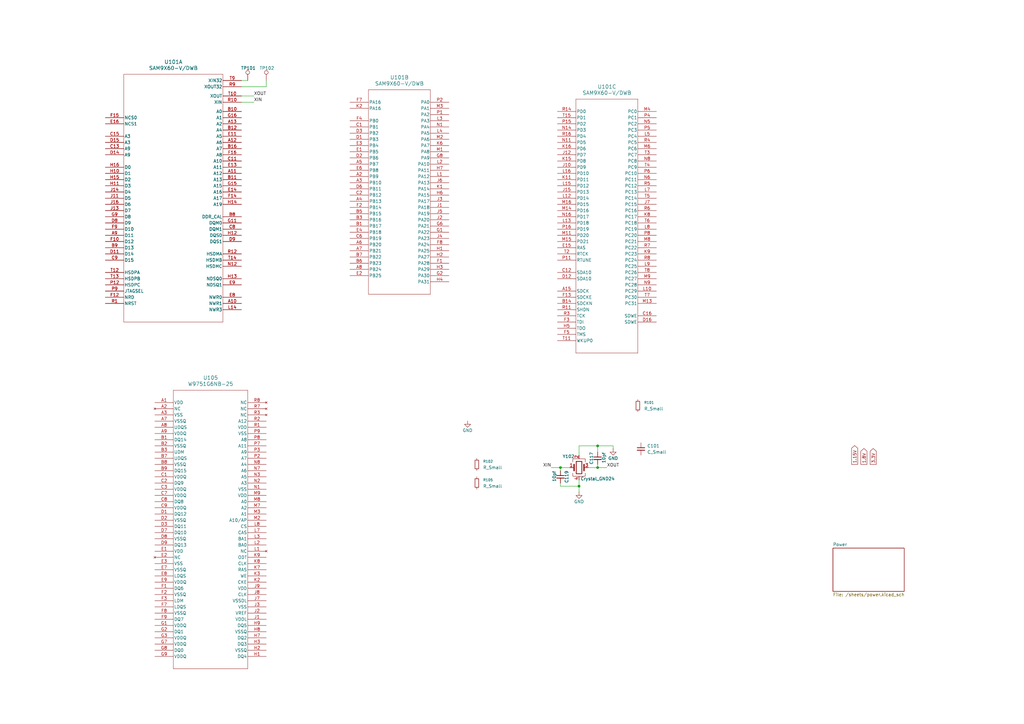
<source format=kicad_sch>
(kicad_sch (version 20250114) (generator "eeschema") (generator_version "9.0")
  (paper "A3")
  (title_block (title "DevBoard_SAM9X60") (date "2025-07-03") (rev "1.0") (company "ssDhp"))
  (lib_symbols
    (symbol "Connector:TestPoint" (pin_numbers (hide yes)) (pin_names (offset 0.762) (hide yes))
      (property "Reference" "TP" (at 0 6.858 0))
      (property "Value" "TestPoint" (at 0 5.08 0))
      (symbol "TestPoint_1_1"
        (pin passive line (at 0 0 90) (length 2.54) (name "1") (number "1"))
      )
    )
    (symbol "Device:C_Small" (pin_numbers (hide yes)) (pin_names (offset 0.254) (hide yes))
      (property "Reference" "C" (at 0.254 1.778 0))
      (property "Value" "C_Small" (at 0.254 -2.032 0))
      (symbol "C_Small_1_1"
        (pin passive line (at 0 2.54 270) (length 2.032) (name "~") (number "1"))
        (pin passive line (at 0 -2.54 90) (length 2.032) (name "~") (number "2"))
      )
    )
    (symbol "Device:Crystal_GND24" (pin_names (offset 1.016) (hide yes))
      (property "Reference" "Y" (at 3.175 5.08 0))
      (property "Value" "Crystal_GND24" (at 3.175 3.175 0))
      (symbol "Crystal_GND24_1_1"
        (pin passive line (at -3.81 0 0) (length 1.27) (name "1") (number "1"))
        (pin passive line (at 0 5.08 270) (length 1.27) (name "2") (number "2"))
        (pin passive line (at 0 -5.08 90) (length 1.27) (name "4") (number "4"))
        (pin passive line (at 3.81 0 180) (length 1.27) (name "3") (number "3"))
      )
    )
    (symbol "Device:R_Small" (pin_numbers (hide yes)) (pin_names (offset 0.254) (hide yes))
      (property "Reference" "R" (at 0 0 90))
      (property "Value" "R_Small" (at 1.778 0 90))
      (symbol "R_Small_1_1"
        (pin passive line (at 0 2.54 270) (length 0.762) (name "~") (number "1"))
        (pin passive line (at 0 -2.54 90) (length 0.762) (name "~") (number "2"))
      )
    )
    (symbol "SAM9X60-VDWB:SAM9X60-V_DWB" (pin_names (offset 0.254))
      (property "Reference" "U" (at 8.128 6.35 0))
      (property "Value" "SAM9X60-V/DWB" (at 23.368 -123.19 0))
      (symbol "SAM9X60-V_DWB_1_1"
        (pin unspecified line (at 0 -10.16 0) (length 7.62) (name "NCS0") (number "F15"))
        (pin unspecified line (at 0 -12.7 0) (length 7.62) (name "NCS1") (number "E16"))
        (pin bidirectional line (at 0 -17.78 0) (length 7.62) (name "A3") (number "C15"))
        (pin bidirectional line (at 0 -20.32 0) (length 7.62) (name "A3") (number "D15"))
        (pin bidirectional line (at 0 -22.86 0) (length 7.62) (name "A9") (number "C13"))
        (pin bidirectional line (at 0 -25.4 0) (length 7.62) (name "A9") (number "D14"))
        (pin bidirectional line (at 0 -30.48 0) (length 7.62) (name "D0") (number "H16"))
        (pin bidirectional line (at 0 -33.02 0) (length 7.62) (name "D1") (number "H10"))
        (pin bidirectional line (at 0 -35.56 0) (length 7.62) (name "D2") (number "H15"))
        (pin bidirectional line (at 0 -38.1 0) (length 7.62) (name "D3") (number "H11"))
        (pin bidirectional line (at 0 -40.64 0) (length 7.62) (name "D4") (number "J14"))
        (pin bidirectional line (at 0 -43.18 0) (length 7.62) (name "D5") (number "J11"))
        (pin bidirectional line (at 0 -45.72 0) (length 7.62) (name "D6") (number "J16"))
        (pin bidirectional line (at 0 -48.26 0) (length 7.62) (name "D7") (number "J13"))
        (pin bidirectional line (at 0 -50.8 0) (length 7.62) (name "D8") (number "G9"))
        (pin unspecified line (at 0 -53.34 0) (length 7.62) (name "D9") (number "D8"))
        (pin bidirectional line (at 0 -55.88 0) (length 7.62) (name "D10") (number "F9"))
        (pin bidirectional line (at 0 -58.42 0) (length 7.62) (name "D11") (number "A9"))
        (pin bidirectional line (at 0 -60.96 0) (length 7.62) (name "D12") (number "F10"))
        (pin bidirectional line (at 0 -63.5 0) (length 7.62) (name "D13") (number "B9"))
        (pin bidirectional line (at 0 -66.04 0) (length 7.62) (name "D14") (number "D11"))
        (pin bidirectional line (at 0 -68.58 0) (length 7.62) (name "D15") (number "C9"))
        (pin unspecified line (at 0 -73.66 0) (length 7.62) (name "HSDPA") (number "T12"))
        (pin unspecified line (at 0 -76.2 0) (length 7.62) (name "HSDPB") (number "T13"))
        (pin unspecified line (at 0 -78.74 0) (length 7.62) (name "HSDPC") (number "P12"))
        (pin unspecified line (at 0 -81.28 0) (length 7.62) (name "JTAGSEL") (number "P9"))
        (pin unspecified line (at 0 -83.82 0) (length 7.62) (name "NRD") (number "F12"))
        (pin unspecified line (at 0 -86.36 0) (length 7.62) (name "NRST") (number "R1"))
        (pin input line (at 55.88 5.08 180) (length 7.62) (name "XIN32") (number "T9"))
        (pin output line (at 55.88 2.54 180) (length 7.62) (name "XOUT32") (number "R9"))
        (pin output line (at 55.88 -1.27 180) (length 7.62) (name "XOUT") (number "T10"))
        (pin unspecified line (at 55.88 -3.81 180) (length 7.62) (name "XIN") (number "R10"))
        (pin bidirectional line (at 55.88 -7.62 180) (length 7.62) (name "A0") (number "B10"))
        (pin bidirectional line (at 55.88 -10.16 180) (length 7.62) (name "A1") (number "G16"))
        (pin bidirectional line (at 55.88 -12.7 180) (length 7.62) (name "A2") (number "A13"))
        (pin bidirectional line (at 55.88 -15.24 180) (length 7.62) (name "A4") (number "B12"))
        (pin bidirectional line (at 55.88 -17.78 180) (length 7.62) (name "A5") (number "E11"))
        (pin bidirectional line (at 55.88 -20.32 180) (length 7.62) (name "A6") (number "A12"))
        (pin bidirectional line (at 55.88 -22.86 180) (length 7.62) (name "A7") (number "B16"))
        (pin bidirectional line (at 55.88 -25.4 180) (length 7.62) (name "A8") (number "F16"))
        (pin bidirectional line (at 55.88 -27.94 180) (length 7.62) (name "A10") (number "C11"))
        (pin bidirectional line (at 55.88 -30.48 180) (length 7.62) (name "A11") (number "E13"))
        (pin bidirectional line (at 55.88 -33.02 180) (length 7.62) (name "A12") (number "A11"))
        (pin bidirectional line (at 55.88 -35.56 180) (length 7.62) (name "A13") (number "B11"))
        (pin bidirectional line (at 55.88 -38.1 180) (length 7.62) (name "A15") (number "G15"))
        (pin bidirectional line (at 55.88 -40.64 180) (length 7.62) (name "A16") (number "E14"))
        (pin bidirectional line (at 55.88 -43.18 180) (length 7.62) (name "A17") (number "F14"))
        (pin bidirectional line (at 55.88 -45.72 180) (length 7.62) (name "A19") (number "H14"))
        (pin unspecified line (at 55.88 -50.8 180) (length 7.62) (name "DDR_CAL") (number "B8"))
        (pin bidirectional line (at 55.88 -53.34 180) (length 7.62) (name "DQM0") (number "G11"))
        (pin bidirectional line (at 55.88 -55.88 180) (length 7.62) (name "DQM1") (number "C8"))
        (pin bidirectional line (at 55.88 -58.42 180) (length 7.62) (name "DQS0") (number "H12"))
        (pin bidirectional line (at 55.88 -60.96 180) (length 7.62) (name "DQS1") (number "D9"))
        (pin unspecified line (at 55.88 -66.04 180) (length 7.62) (name "HSDMA") (number "R12"))
        (pin unspecified line (at 55.88 -68.58 180) (length 7.62) (name "HSDMB") (number "T14"))
        (pin unspecified line (at 55.88 -71.12 180) (length 7.62) (name "HSDMC") (number "N12"))
        (pin bidirectional line (at 55.88 -76.2 180) (length 7.62) (name "NDSQ0") (number "H13"))
        (pin bidirectional line (at 55.88 -78.74 180) (length 7.62) (name "NDSQ1") (number "E9"))
        (pin bidirectional line (at 55.88 -83.82 180) (length 7.62) (name "NWR0") (number "E8"))
        (pin bidirectional line (at 55.88 -86.36 180) (length 7.62) (name "NWR1") (number "A10"))
        (pin bidirectional line (at 55.88 -88.9 180) (length 7.62) (name "NWR3") (number "L14"))
      )
      (symbol "SAM9X60-V_DWB_2_1"
        (pin bidirectional line (at 0 0 0) (length 7.62) (name "PA16") (number "F7"))
        (pin bidirectional line (at 0 -2.54 0) (length 7.62) (name "PA16") (number "K2"))
        (pin bidirectional line (at 0 -7.62 0) (length 7.62) (name "PB0") (number "F4"))
        (pin bidirectional line (at 0 -10.16 0) (length 7.62) (name "PB1") (number "C1"))
        (pin bidirectional line (at 0 -12.7 0) (length 7.62) (name "PB2") (number "D3"))
        (pin bidirectional line (at 0 -15.24 0) (length 7.62) (name "PB3") (number "D1"))
        (pin bidirectional line (at 0 -17.78 0) (length 7.62) (name "PB4") (number "E3"))
        (pin bidirectional line (at 0 -20.32 0) (length 7.62) (name "PB5") (number "E1"))
        (pin bidirectional line (at 0 -22.86 0) (length 7.62) (name "PB6") (number "D2"))
        (pin bidirectional line (at 0 -25.4 0) (length 7.62) (name "PB7") (number "A5"))
        (pin bidirectional line (at 0 -27.94 0) (length 7.62) (name "PB8") (number "E6"))
        (pin bidirectional line (at 0 -30.48 0) (length 7.62) (name "PB9") (number "A2"))
        (pin bidirectional line (at 0 -33.02 0) (length 7.62) (name "PB10") (number "A3"))
        (pin bidirectional line (at 0 -35.56 0) (length 7.62) (name "PB11") (number "D6"))
        (pin bidirectional line (at 0 -38.1 0) (length 7.62) (name "PB12") (number "C2"))
        (pin bidirectional line (at 0 -40.64 0) (length 7.62) (name "PB13") (number "A4"))
        (pin bidirectional line (at 0 -43.18 0) (length 7.62) (name "PB14") (number "F2"))
        (pin bidirectional line (at 0 -45.72 0) (length 7.62) (name "PB15") (number "B5"))
        (pin bidirectional line (at 0 -48.26 0) (length 7.62) (name "PB16") (number "B3"))
        (pin bidirectional line (at 0 -50.8 0) (length 7.62) (name "PB17") (number "B1"))
        (pin bidirectional line (at 0 -53.34 0) (length 7.62) (name "PB18") (number "E4"))
        (pin bidirectional line (at 0 -55.88 0) (length 7.62) (name "PB19") (number "C6"))
        (pin bidirectional line (at 0 -58.42 0) (length 7.62) (name "PB20") (number "A6"))
        (pin bidirectional line (at 0 -60.96 0) (length 7.62) (name "PB21") (number "A7"))
        (pin bidirectional line (at 0 -63.5 0) (length 7.62) (name "PB22") (number "B7"))
        (pin bidirectional line (at 0 -66.04 0) (length 7.62) (name "PB23") (number "B6"))
        (pin bidirectional line (at 0 -68.58 0) (length 7.62) (name "PB24") (number "A8"))
        (pin bidirectional line (at 0 -71.12 0) (length 7.62) (name "PB25") (number "E2"))
        (pin bidirectional line (at 40.64 0 180) (length 7.62) (name "PA0") (number "P2"))
        (pin bidirectional line (at 40.64 -2.54 180) (length 7.62) (name "PA1") (number "M3"))
        (pin bidirectional line (at 40.64 -5.08 180) (length 7.62) (name "PA2") (number "P1"))
        (pin bidirectional line (at 40.64 -7.62 180) (length 7.62) (name "PA3") (number "L3"))
        (pin bidirectional line (at 40.64 -10.16 180) (length 7.62) (name "PA4") (number "N1"))
        (pin bidirectional line (at 40.64 -12.7 180) (length 7.62) (name "PA5") (number "L4"))
        (pin bidirectional line (at 40.64 -15.24 180) (length 7.62) (name "PA6") (number "M2"))
        (pin bidirectional line (at 40.64 -17.78 180) (length 7.62) (name "PA7") (number "K6"))
        (pin bidirectional line (at 40.64 -20.32 180) (length 7.62) (name "PA8") (number "M1"))
        (pin bidirectional line (at 40.64 -22.86 180) (length 7.62) (name "PA9") (number "G8"))
        (pin bidirectional line (at 40.64 -25.4 180) (length 7.62) (name "PA10") (number "L2"))
        (pin bidirectional line (at 40.64 -27.94 180) (length 7.62) (name "PA11") (number "H7"))
        (pin bidirectional line (at 40.64 -30.48 180) (length 7.62) (name "PA12") (number "L1"))
        (pin bidirectional line (at 40.64 -33.02 180) (length 7.62) (name "PA13") (number "J6"))
        (pin bidirectional line (at 40.64 -35.56 180) (length 7.62) (name "PA14") (number "K1"))
        (pin bidirectional line (at 40.64 -38.1 180) (length 7.62) (name "PA15") (number "H6"))
        (pin bidirectional line (at 40.64 -40.64 180) (length 7.62) (name "PA17") (number "J3"))
        (pin bidirectional line (at 40.64 -43.18 180) (length 7.62) (name "PA18") (number "J1"))
        (pin bidirectional line (at 40.64 -45.72 180) (length 7.62) (name "PA19") (number "J5"))
        (pin bidirectional line (at 40.64 -48.26 180) (length 7.62) (name "PA20") (number "J2"))
        (pin bidirectional line (at 40.64 -50.8 180) (length 7.62) (name "PA21") (number "G6"))
        (pin bidirectional line (at 40.64 -53.34 180) (length 7.62) (name "PA22") (number "G1"))
        (pin bidirectional line (at 40.64 -55.88 180) (length 7.62) (name "PA23") (number "J4"))
        (pin bidirectional line (at 40.64 -58.42 180) (length 7.62) (name "PA24") (number "F8"))
        (pin bidirectional line (at 40.64 -60.96 180) (length 7.62) (name "PA25") (number "H1"))
        (pin bidirectional line (at 40.64 -63.5 180) (length 7.62) (name "PA27") (number "H2"))
        (pin bidirectional line (at 40.64 -66.04 180) (length 7.62) (name "PA28") (number "F1"))
        (pin bidirectional line (at 40.64 -68.58 180) (length 7.62) (name "PA29") (number "H3"))
        (pin bidirectional line (at 40.64 -71.12 180) (length 7.62) (name "PA30") (number "G2"))
        (pin bidirectional line (at 40.64 -73.66 180) (length 7.62) (name "PA31") (number "H4"))
      )
      (symbol "SAM9X60-V_DWB_3_1"
        (pin bidirectional line (at 0 0 0) (length 7.62) (name "PD0") (number "R14"))
        (pin bidirectional line (at 0 -2.54 0) (length 7.62) (name "PD1") (number "T15"))
        (pin bidirectional line (at 0 -5.08 0) (length 7.62) (name "PD2") (number "P15"))
        (pin bidirectional line (at 0 -7.62 0) (length 7.62) (name "PD3") (number "N14"))
        (pin bidirectional line (at 0 -10.16 0) (length 7.62) (name "PD4") (number "R16"))
        (pin bidirectional line (at 0 -12.7 0) (length 7.62) (name "PD5") (number "N11"))
        (pin bidirectional line (at 0 -15.24 0) (length 7.62) (name "PD6") (number "K16"))
        (pin bidirectional line (at 0 -17.78 0) (length 7.62) (name "PD7") (number "J12"))
        (pin bidirectional line (at 0 -20.32 0) (length 7.62) (name "PD8") (number "K15"))
        (pin bidirectional line (at 0 -22.86 0) (length 7.62) (name "PD9") (number "J10"))
        (pin bidirectional line (at 0 -25.4 0) (length 7.62) (name "PD10") (number "L16"))
        (pin bidirectional line (at 0 -27.94 0) (length 7.62) (name "PD11") (number "K11"))
        (pin bidirectional line (at 0 -30.48 0) (length 7.62) (name "PD12") (number "L15"))
        (pin bidirectional line (at 0 -33.02 0) (length 7.62) (name "PD13") (number "J15"))
        (pin bidirectional line (at 0 -35.56 0) (length 7.62) (name "PD14") (number "L12"))
        (pin bidirectional line (at 0 -38.1 0) (length 7.62) (name "PD15") (number "M16"))
        (pin bidirectional line (at 0 -40.64 0) (length 7.62) (name "PD16") (number "M14"))
        (pin bidirectional line (at 0 -43.18 0) (length 7.62) (name "PD17") (number "N16"))
        (pin bidirectional line (at 0 -45.72 0) (length 7.62) (name "PD18") (number "L13"))
        (pin bidirectional line (at 0 -48.26 0) (length 7.62) (name "PD19") (number "P16"))
        (pin bidirectional line (at 0 -50.8 0) (length 7.62) (name "PD20") (number "M11"))
        (pin bidirectional line (at 0 -53.34 0) (length 7.62) (name "PD21") (number "M15"))
        (pin unspecified line (at 0 -55.88 0) (length 7.62) (name "RAS") (number "E15"))
        (pin unspecified line (at 0 -58.42 0) (length 7.62) (name "RTCK") (number "T2"))
        (pin unspecified line (at 0 -60.96 0) (length 7.62) (name "RTUNE") (number "P11"))
        (pin bidirectional line (at 0 -66.04 0) (length 7.62) (name "SDA10") (number "C12"))
        (pin bidirectional line (at 0 -68.58 0) (length 7.62) (name "SDA10") (number "D12"))
        (pin unspecified line (at 0 -73.66 0) (length 7.62) (name "SDCK") (number "A15"))
        (pin unspecified line (at 0 -76.2 0) (length 7.62) (name "SDCKE") (number "F13"))
        (pin unspecified line (at 0 -78.74 0) (length 7.62) (name "SDCKN") (number "B14"))
        (pin unspecified line (at 0 -81.28 0) (length 7.62) (name "SHDN") (number "R11"))
        (pin unspecified line (at 0 -83.82 0) (length 7.62) (name "TCK") (number "R3"))
        (pin unspecified line (at 0 -86.36 0) (length 7.62) (name "TDI") (number "F3"))
        (pin unspecified line (at 0 -88.9 0) (length 7.62) (name "TDO") (number "H5"))
        (pin unspecified line (at 0 -91.44 0) (length 7.62) (name "TMS") (number "F5"))
        (pin unspecified line (at 0 -93.98 0) (length 7.62) (name "WKUP0") (number "T11"))
        (pin bidirectional line (at 40.64 0 180) (length 7.62) (name "PC0") (number "M4"))
        (pin bidirectional line (at 40.64 -2.54 180) (length 7.62) (name "PC1") (number "P4"))
        (pin bidirectional line (at 40.64 -5.08 180) (length 7.62) (name "PC2") (number "N5"))
        (pin bidirectional line (at 40.64 -7.62 180) (length 7.62) (name "PC3") (number "P5"))
        (pin bidirectional line (at 40.64 -10.16 180) (length 7.62) (name "PC4") (number "L5"))
        (pin bidirectional line (at 40.64 -12.7 180) (length 7.62) (name "PC5") (number "R4"))
        (pin bidirectional line (at 40.64 -15.24 180) (length 7.62) (name "PC6") (number "M6"))
        (pin bidirectional line (at 40.64 -17.78 180) (length 7.62) (name "PC7") (number "T3"))
        (pin bidirectional line (at 40.64 -20.32 180) (length 7.62) (name "PC8") (number "N8"))
        (pin bidirectional line (at 40.64 -22.86 180) (length 7.62) (name "PC9") (number "T4"))
        (pin bidirectional line (at 40.64 -25.4 180) (length 7.62) (name "PC10") (number "P6"))
        (pin bidirectional line (at 40.64 -27.94 180) (length 7.62) (name "PC11") (number "N6"))
        (pin bidirectional line (at 40.64 -30.48 180) (length 7.62) (name "PC12") (number "R5"))
        (pin bidirectional line (at 40.64 -33.02 180) (length 7.62) (name "PC13") (number "L7"))
        (pin bidirectional line (at 40.64 -35.56 180) (length 7.62) (name "PC14") (number "T5"))
        (pin bidirectional line (at 40.64 -38.1 180) (length 7.62) (name "PC15") (number "J7"))
        (pin bidirectional line (at 40.64 -40.64 180) (length 7.62) (name "PC16") (number "R6"))
        (pin bidirectional line (at 40.64 -43.18 180) (length 7.62) (name "PC17") (number "K8"))
        (pin bidirectional line (at 40.64 -45.72 180) (length 7.62) (name "PC18") (number "T6"))
        (pin bidirectional line (at 40.64 -48.26 180) (length 7.62) (name "PC19") (number "L8"))
        (pin bidirectional line (at 40.64 -50.8 180) (length 7.62) (name "PC20") (number "P8"))
        (pin bidirectional line (at 40.64 -53.34 180) (length 7.62) (name "PC21") (number "M8"))
        (pin bidirectional line (at 40.64 -55.88 180) (length 7.62) (name "PC22") (number "R7"))
        (pin bidirectional line (at 40.64 -58.42 180) (length 7.62) (name "PC23") (number "K9"))
        (pin bidirectional line (at 40.64 -60.96 180) (length 7.62) (name "PC24") (number "R8"))
        (pin bidirectional line (at 40.64 -63.5 180) (length 7.62) (name "PC25") (number "L9"))
        (pin bidirectional line (at 40.64 -66.04 180) (length 7.62) (name "PC26") (number "T8"))
        (pin bidirectional line (at 40.64 -68.58 180) (length 7.62) (name "PC27") (number "M9"))
        (pin bidirectional line (at 40.64 -71.12 180) (length 7.62) (name "PC28") (number "N9"))
        (pin bidirectional line (at 40.64 -73.66 180) (length 7.62) (name "PC29") (number "L10"))
        (pin bidirectional line (at 40.64 -76.2 180) (length 7.62) (name "PC30") (number "T7"))
        (pin bidirectional line (at 40.64 -78.74 180) (length 7.62) (name "PC31") (number "M13"))
        (pin unspecified line (at 40.64 -83.82 180) (length 7.62) (name "SDWE") (number "C16"))
        (pin unspecified line (at 40.64 -86.36 180) (length 7.62) (name "SDWE") (number "D16"))
      )
      (symbol "SAM9X60-V_DWB_4_1"
        (pin power_in line (at 0 0 0) (length 7.62) (name "ADVREFN") (number "C5"))
        (pin power_in line (at 0 -2.54 0) (length 7.62) (name "ADVREFP") (number "D5"))
        (pin power_in line (at 0 -7.62 0) (length 7.62) (name "DDR_VREF") (number "A14"))
        (pin power_in line (at 0 -12.7 0) (length 7.62) (name "VDDCORE") (number "F6"))
        (pin power_in line (at 0 -15.24 0) (length 7.62) (name "VDDCORE") (number "L6"))
        (pin power_in line (at 0 -17.78 0) (length 7.62) (name "VDDCORE") (number "F11"))
        (pin power_in line (at 0 -22.86 0) (length 7.62) (name "VDDIOM") (number "C10"))
        (pin power_in line (at 0 -25.4 0) (length 7.62) (name "VDDIOM") (number "G14"))
        (pin power_in line (at 0 -30.48 0) (length 7.62) (name "VDDIOP0") (number "G3"))
        (pin power_in line (at 0 -33.02 0) (length 7.62) (name "VDDIOP0") (number "K3"))
        (pin power_in line (at 0 -35.56 0) (length 7.62) (name "VDDIOP1") (number "N3"))
        (pin power_in line (at 0 -38.1 0) (length 7.62) (name "VDDANA") (number "C4"))
        (pin input line (at 0 -40.64 0) (length 7.62) (name "VDDIN33") (number "L11"))
        (pin input line (at 0 -43.18 0) (length 7.62) (name "VDDIN33") (number "P13"))
        (pin power_in line (at 0 -45.72 0) (length 7.62) (name "VDDNF") (number "K14"))
        (pin power_in line (at 0 -48.26 0) (length 7.62) (name "VDDQSPI") (number "C7"))
        (pin power_in line (at 0 -50.8 0) (length 7.62) (name "VDDBU") (number "P7"))
        (pin output line (at 0 -55.88 0) (length 7.62) (name "VDDOUT25") (number "P10"))
        (pin power_out line (at 0 -60.96 0) (length 7.62) (name "GND") (number "A1"))
        (pin power_out line (at 0 -63.5 0) (length 7.62) (name "GND") (number "E7"))
        (pin power_out line (at 0 -66.04 0) (length 7.62) (name "GND") (number "G5"))
        (pin power_out line (at 0 -68.58 0) (length 7.62) (name "GND") (number "H8"))
        (pin power_out line (at 0 -71.12 0) (length 7.62) (name "GND") (number "H9"))
        (pin power_out line (at 0 -73.66 0) (length 7.62) (name "GND") (number "J8"))
        (pin power_out line (at 0 -76.2 0) (length 7.62) (name "GND") (number "J9"))
        (pin power_out line (at 0 -78.74 0) (length 7.62) (name "GND") (number "K5"))
        (pin power_out line (at 0 -81.28 0) (length 7.62) (name "GND") (number "M7"))
        (pin power_out line (at 0 -83.82 0) (length 7.62) (name "GND") (number "N2"))
        (pin power_out line (at 0 -86.36 0) (length 7.62) (name "GND") (number "A16"))
        (pin power_out line (at 0 -88.9 0) (length 7.62) (name "GND") (number "B13"))
        (pin power_out line (at 0 -91.44 0) (length 7.62) (name "GND") (number "T1"))
        (pin power_out line (at 0 -93.98 0) (length 7.62) (name "GND") (number "E10"))
        (pin power_out line (at 0 -96.52 0) (length 7.62) (name "GND") (number "G12"))
        (pin power_out line (at 0 -99.06 0) (length 7.62) (name "GND") (number "K12"))
        (pin power_out line (at 0 -101.6 0) (length 7.62) (name "GND") (number "N15"))
        (pin power_out line (at 0 -104.14 0) (length 7.62) (name "GND") (number "T16"))
        (pin power_out line (at 0 -106.68 0) (length 7.62) (name "GNDANA") (number "B4"))
        (pin input line (at 0 -109.22 0) (length 7.62) (name "GNDIN33") (number "M10"))
        (pin input line (at 0 -111.76 0) (length 7.62) (name "GNDIN33") (number "R13"))
      )
    )
    (symbol "SAM9X60-V_DWB_2" (pin_names (offset 0.254))
      (property "Reference" "U" (at 8.128 6.35 0))
      (property "Value" "SAM9X60-V/DWB" (at 23.368 -123.19 0))
      (symbol "SAM9X60-V_DWB_2_1_1"
        (pin unspecified line (at 0 -10.16 0) (length 7.62) (name "NCS0") (number "F15"))
        (pin unspecified line (at 0 -12.7 0) (length 7.62) (name "NCS1") (number "E16"))
        (pin bidirectional line (at 0 -17.78 0) (length 7.62) (name "A3") (number "C15"))
        (pin bidirectional line (at 0 -20.32 0) (length 7.62) (name "A3") (number "D15"))
        (pin bidirectional line (at 0 -22.86 0) (length 7.62) (name "A9") (number "C13"))
        (pin bidirectional line (at 0 -25.4 0) (length 7.62) (name "A9") (number "D14"))
        (pin bidirectional line (at 0 -30.48 0) (length 7.62) (name "D0") (number "H16"))
        (pin bidirectional line (at 0 -33.02 0) (length 7.62) (name "D1") (number "H10"))
        (pin bidirectional line (at 0 -35.56 0) (length 7.62) (name "D2") (number "H15"))
        (pin bidirectional line (at 0 -38.1 0) (length 7.62) (name "D3") (number "H11"))
        (pin bidirectional line (at 0 -40.64 0) (length 7.62) (name "D4") (number "J14"))
        (pin bidirectional line (at 0 -43.18 0) (length 7.62) (name "D5") (number "J11"))
        (pin bidirectional line (at 0 -45.72 0) (length 7.62) (name "D6") (number "J16"))
        (pin bidirectional line (at 0 -48.26 0) (length 7.62) (name "D7") (number "J13"))
        (pin bidirectional line (at 0 -50.8 0) (length 7.62) (name "D8") (number "G9"))
        (pin unspecified line (at 0 -53.34 0) (length 7.62) (name "D9") (number "D8"))
        (pin bidirectional line (at 0 -55.88 0) (length 7.62) (name "D10") (number "F9"))
        (pin bidirectional line (at 0 -58.42 0) (length 7.62) (name "D11") (number "A9"))
        (pin bidirectional line (at 0 -60.96 0) (length 7.62) (name "D12") (number "F10"))
        (pin bidirectional line (at 0 -63.5 0) (length 7.62) (name "D13") (number "B9"))
        (pin bidirectional line (at 0 -66.04 0) (length 7.62) (name "D14") (number "D11"))
        (pin bidirectional line (at 0 -68.58 0) (length 7.62) (name "D15") (number "C9"))
        (pin unspecified line (at 0 -73.66 0) (length 7.62) (name "HSDPA") (number "T12"))
        (pin unspecified line (at 0 -76.2 0) (length 7.62) (name "HSDPB") (number "T13"))
        (pin unspecified line (at 0 -78.74 0) (length 7.62) (name "HSDPC") (number "P12"))
        (pin unspecified line (at 0 -81.28 0) (length 7.62) (name "JTAGSEL") (number "P9"))
        (pin unspecified line (at 0 -83.82 0) (length 7.62) (name "NRD") (number "F12"))
        (pin unspecified line (at 0 -86.36 0) (length 7.62) (name "NRST") (number "R1"))
        (pin input line (at 55.88 5.08 180) (length 7.62) (name "XIN32") (number "T9"))
        (pin output line (at 55.88 2.54 180) (length 7.62) (name "XOUT32") (number "R9"))
        (pin output line (at 55.88 -1.27 180) (length 7.62) (name "XOUT") (number "T10"))
        (pin unspecified line (at 55.88 -3.81 180) (length 7.62) (name "XIN") (number "R10"))
        (pin bidirectional line (at 55.88 -7.62 180) (length 7.62) (name "A0") (number "B10"))
        (pin bidirectional line (at 55.88 -10.16 180) (length 7.62) (name "A1") (number "G16"))
        (pin bidirectional line (at 55.88 -12.7 180) (length 7.62) (name "A2") (number "A13"))
        (pin bidirectional line (at 55.88 -15.24 180) (length 7.62) (name "A4") (number "B12"))
        (pin bidirectional line (at 55.88 -17.78 180) (length 7.62) (name "A5") (number "E11"))
        (pin bidirectional line (at 55.88 -20.32 180) (length 7.62) (name "A6") (number "A12"))
        (pin bidirectional line (at 55.88 -22.86 180) (length 7.62) (name "A7") (number "B16"))
        (pin bidirectional line (at 55.88 -25.4 180) (length 7.62) (name "A8") (number "F16"))
        (pin bidirectional line (at 55.88 -27.94 180) (length 7.62) (name "A10") (number "C11"))
        (pin bidirectional line (at 55.88 -30.48 180) (length 7.62) (name "A11") (number "E13"))
        (pin bidirectional line (at 55.88 -33.02 180) (length 7.62) (name "A12") (number "A11"))
        (pin bidirectional line (at 55.88 -35.56 180) (length 7.62) (name "A13") (number "B11"))
        (pin bidirectional line (at 55.88 -38.1 180) (length 7.62) (name "A15") (number "G15"))
        (pin bidirectional line (at 55.88 -40.64 180) (length 7.62) (name "A16") (number "E14"))
        (pin bidirectional line (at 55.88 -43.18 180) (length 7.62) (name "A17") (number "F14"))
        (pin bidirectional line (at 55.88 -45.72 180) (length 7.62) (name "A19") (number "H14"))
        (pin unspecified line (at 55.88 -50.8 180) (length 7.62) (name "DDR_CAL") (number "B8"))
        (pin bidirectional line (at 55.88 -53.34 180) (length 7.62) (name "DQM0") (number "G11"))
        (pin bidirectional line (at 55.88 -55.88 180) (length 7.62) (name "DQM1") (number "C8"))
        (pin bidirectional line (at 55.88 -58.42 180) (length 7.62) (name "DQS0") (number "H12"))
        (pin bidirectional line (at 55.88 -60.96 180) (length 7.62) (name "DQS1") (number "D9"))
        (pin unspecified line (at 55.88 -66.04 180) (length 7.62) (name "HSDMA") (number "R12"))
        (pin unspecified line (at 55.88 -68.58 180) (length 7.62) (name "HSDMB") (number "T14"))
        (pin unspecified line (at 55.88 -71.12 180) (length 7.62) (name "HSDMC") (number "N12"))
        (pin bidirectional line (at 55.88 -76.2 180) (length 7.62) (name "NDSQ0") (number "H13"))
        (pin bidirectional line (at 55.88 -78.74 180) (length 7.62) (name "NDSQ1") (number "E9"))
        (pin bidirectional line (at 55.88 -83.82 180) (length 7.62) (name "NWR0") (number "E8"))
        (pin bidirectional line (at 55.88 -86.36 180) (length 7.62) (name "NWR1") (number "A10"))
        (pin bidirectional line (at 55.88 -88.9 180) (length 7.62) (name "NWR3") (number "L14"))
      )
      (symbol "SAM9X60-V_DWB_2_2_1"
        (pin bidirectional line (at 0 0 0) (length 7.62) (name "PA16") (number "F7"))
        (pin bidirectional line (at 0 -2.54 0) (length 7.62) (name "PA16") (number "K2"))
        (pin bidirectional line (at 0 -7.62 0) (length 7.62) (name "PB0") (number "F4"))
        (pin bidirectional line (at 0 -10.16 0) (length 7.62) (name "PB1") (number "C1"))
        (pin bidirectional line (at 0 -12.7 0) (length 7.62) (name "PB2") (number "D3"))
        (pin bidirectional line (at 0 -15.24 0) (length 7.62) (name "PB3") (number "D1"))
        (pin bidirectional line (at 0 -17.78 0) (length 7.62) (name "PB4") (number "E3"))
        (pin bidirectional line (at 0 -20.32 0) (length 7.62) (name "PB5") (number "E1"))
        (pin bidirectional line (at 0 -22.86 0) (length 7.62) (name "PB6") (number "D2"))
        (pin bidirectional line (at 0 -25.4 0) (length 7.62) (name "PB7") (number "A5"))
        (pin bidirectional line (at 0 -27.94 0) (length 7.62) (name "PB8") (number "E6"))
        (pin bidirectional line (at 0 -30.48 0) (length 7.62) (name "PB9") (number "A2"))
        (pin bidirectional line (at 0 -33.02 0) (length 7.62) (name "PB10") (number "A3"))
        (pin bidirectional line (at 0 -35.56 0) (length 7.62) (name "PB11") (number "D6"))
        (pin bidirectional line (at 0 -38.1 0) (length 7.62) (name "PB12") (number "C2"))
        (pin bidirectional line (at 0 -40.64 0) (length 7.62) (name "PB13") (number "A4"))
        (pin bidirectional line (at 0 -43.18 0) (length 7.62) (name "PB14") (number "F2"))
        (pin bidirectional line (at 0 -45.72 0) (length 7.62) (name "PB15") (number "B5"))
        (pin bidirectional line (at 0 -48.26 0) (length 7.62) (name "PB16") (number "B3"))
        (pin bidirectional line (at 0 -50.8 0) (length 7.62) (name "PB17") (number "B1"))
        (pin bidirectional line (at 0 -53.34 0) (length 7.62) (name "PB18") (number "E4"))
        (pin bidirectional line (at 0 -55.88 0) (length 7.62) (name "PB19") (number "C6"))
        (pin bidirectional line (at 0 -58.42 0) (length 7.62) (name "PB20") (number "A6"))
        (pin bidirectional line (at 0 -60.96 0) (length 7.62) (name "PB21") (number "A7"))
        (pin bidirectional line (at 0 -63.5 0) (length 7.62) (name "PB22") (number "B7"))
        (pin bidirectional line (at 0 -66.04 0) (length 7.62) (name "PB23") (number "B6"))
        (pin bidirectional line (at 0 -68.58 0) (length 7.62) (name "PB24") (number "A8"))
        (pin bidirectional line (at 0 -71.12 0) (length 7.62) (name "PB25") (number "E2"))
        (pin bidirectional line (at 40.64 0 180) (length 7.62) (name "PA0") (number "P2"))
        (pin bidirectional line (at 40.64 -2.54 180) (length 7.62) (name "PA1") (number "M3"))
        (pin bidirectional line (at 40.64 -5.08 180) (length 7.62) (name "PA2") (number "P1"))
        (pin bidirectional line (at 40.64 -7.62 180) (length 7.62) (name "PA3") (number "L3"))
        (pin bidirectional line (at 40.64 -10.16 180) (length 7.62) (name "PA4") (number "N1"))
        (pin bidirectional line (at 40.64 -12.7 180) (length 7.62) (name "PA5") (number "L4"))
        (pin bidirectional line (at 40.64 -15.24 180) (length 7.62) (name "PA6") (number "M2"))
        (pin bidirectional line (at 40.64 -17.78 180) (length 7.62) (name "PA7") (number "K6"))
        (pin bidirectional line (at 40.64 -20.32 180) (length 7.62) (name "PA8") (number "M1"))
        (pin bidirectional line (at 40.64 -22.86 180) (length 7.62) (name "PA9") (number "G8"))
        (pin bidirectional line (at 40.64 -25.4 180) (length 7.62) (name "PA10") (number "L2"))
        (pin bidirectional line (at 40.64 -27.94 180) (length 7.62) (name "PA11") (number "H7"))
        (pin bidirectional line (at 40.64 -30.48 180) (length 7.62) (name "PA12") (number "L1"))
        (pin bidirectional line (at 40.64 -33.02 180) (length 7.62) (name "PA13") (number "J6"))
        (pin bidirectional line (at 40.64 -35.56 180) (length 7.62) (name "PA14") (number "K1"))
        (pin bidirectional line (at 40.64 -38.1 180) (length 7.62) (name "PA15") (number "H6"))
        (pin bidirectional line (at 40.64 -40.64 180) (length 7.62) (name "PA17") (number "J3"))
        (pin bidirectional line (at 40.64 -43.18 180) (length 7.62) (name "PA18") (number "J1"))
        (pin bidirectional line (at 40.64 -45.72 180) (length 7.62) (name "PA19") (number "J5"))
        (pin bidirectional line (at 40.64 -48.26 180) (length 7.62) (name "PA20") (number "J2"))
        (pin bidirectional line (at 40.64 -50.8 180) (length 7.62) (name "PA21") (number "G6"))
        (pin bidirectional line (at 40.64 -53.34 180) (length 7.62) (name "PA22") (number "G1"))
        (pin bidirectional line (at 40.64 -55.88 180) (length 7.62) (name "PA23") (number "J4"))
        (pin bidirectional line (at 40.64 -58.42 180) (length 7.62) (name "PA24") (number "F8"))
        (pin bidirectional line (at 40.64 -60.96 180) (length 7.62) (name "PA25") (number "H1"))
        (pin bidirectional line (at 40.64 -63.5 180) (length 7.62) (name "PA27") (number "H2"))
        (pin bidirectional line (at 40.64 -66.04 180) (length 7.62) (name "PA28") (number "F1"))
        (pin bidirectional line (at 40.64 -68.58 180) (length 7.62) (name "PA29") (number "H3"))
        (pin bidirectional line (at 40.64 -71.12 180) (length 7.62) (name "PA30") (number "G2"))
        (pin bidirectional line (at 40.64 -73.66 180) (length 7.62) (name "PA31") (number "H4"))
      )
      (symbol "SAM9X60-V_DWB_2_3_1"
        (pin bidirectional line (at 0 0 0) (length 7.62) (name "PD0") (number "R14"))
        (pin bidirectional line (at 0 -2.54 0) (length 7.62) (name "PD1") (number "T15"))
        (pin bidirectional line (at 0 -5.08 0) (length 7.62) (name "PD2") (number "P15"))
        (pin bidirectional line (at 0 -7.62 0) (length 7.62) (name "PD3") (number "N14"))
        (pin bidirectional line (at 0 -10.16 0) (length 7.62) (name "PD4") (number "R16"))
        (pin bidirectional line (at 0 -12.7 0) (length 7.62) (name "PD5") (number "N11"))
        (pin bidirectional line (at 0 -15.24 0) (length 7.62) (name "PD6") (number "K16"))
        (pin bidirectional line (at 0 -17.78 0) (length 7.62) (name "PD7") (number "J12"))
        (pin bidirectional line (at 0 -20.32 0) (length 7.62) (name "PD8") (number "K15"))
        (pin bidirectional line (at 0 -22.86 0) (length 7.62) (name "PD9") (number "J10"))
        (pin bidirectional line (at 0 -25.4 0) (length 7.62) (name "PD10") (number "L16"))
        (pin bidirectional line (at 0 -27.94 0) (length 7.62) (name "PD11") (number "K11"))
        (pin bidirectional line (at 0 -30.48 0) (length 7.62) (name "PD12") (number "L15"))
        (pin bidirectional line (at 0 -33.02 0) (length 7.62) (name "PD13") (number "J15"))
        (pin bidirectional line (at 0 -35.56 0) (length 7.62) (name "PD14") (number "L12"))
        (pin bidirectional line (at 0 -38.1 0) (length 7.62) (name "PD15") (number "M16"))
        (pin bidirectional line (at 0 -40.64 0) (length 7.62) (name "PD16") (number "M14"))
        (pin bidirectional line (at 0 -43.18 0) (length 7.62) (name "PD17") (number "N16"))
        (pin bidirectional line (at 0 -45.72 0) (length 7.62) (name "PD18") (number "L13"))
        (pin bidirectional line (at 0 -48.26 0) (length 7.62) (name "PD19") (number "P16"))
        (pin bidirectional line (at 0 -50.8 0) (length 7.62) (name "PD20") (number "M11"))
        (pin bidirectional line (at 0 -53.34 0) (length 7.62) (name "PD21") (number "M15"))
        (pin unspecified line (at 0 -55.88 0) (length 7.62) (name "RAS") (number "E15"))
        (pin unspecified line (at 0 -58.42 0) (length 7.62) (name "RTCK") (number "T2"))
        (pin unspecified line (at 0 -60.96 0) (length 7.62) (name "RTUNE") (number "P11"))
        (pin bidirectional line (at 0 -66.04 0) (length 7.62) (name "SDA10") (number "C12"))
        (pin bidirectional line (at 0 -68.58 0) (length 7.62) (name "SDA10") (number "D12"))
        (pin unspecified line (at 0 -73.66 0) (length 7.62) (name "SDCK") (number "A15"))
        (pin unspecified line (at 0 -76.2 0) (length 7.62) (name "SDCKE") (number "F13"))
        (pin unspecified line (at 0 -78.74 0) (length 7.62) (name "SDCKN") (number "B14"))
        (pin unspecified line (at 0 -81.28 0) (length 7.62) (name "SHDN") (number "R11"))
        (pin unspecified line (at 0 -83.82 0) (length 7.62) (name "TCK") (number "R3"))
        (pin unspecified line (at 0 -86.36 0) (length 7.62) (name "TDI") (number "F3"))
        (pin unspecified line (at 0 -88.9 0) (length 7.62) (name "TDO") (number "H5"))
        (pin unspecified line (at 0 -91.44 0) (length 7.62) (name "TMS") (number "F5"))
        (pin unspecified line (at 0 -93.98 0) (length 7.62) (name "WKUP0") (number "T11"))
        (pin bidirectional line (at 40.64 0 180) (length 7.62) (name "PC0") (number "M4"))
        (pin bidirectional line (at 40.64 -2.54 180) (length 7.62) (name "PC1") (number "P4"))
        (pin bidirectional line (at 40.64 -5.08 180) (length 7.62) (name "PC2") (number "N5"))
        (pin bidirectional line (at 40.64 -7.62 180) (length 7.62) (name "PC3") (number "P5"))
        (pin bidirectional line (at 40.64 -10.16 180) (length 7.62) (name "PC4") (number "L5"))
        (pin bidirectional line (at 40.64 -12.7 180) (length 7.62) (name "PC5") (number "R4"))
        (pin bidirectional line (at 40.64 -15.24 180) (length 7.62) (name "PC6") (number "M6"))
        (pin bidirectional line (at 40.64 -17.78 180) (length 7.62) (name "PC7") (number "T3"))
        (pin bidirectional line (at 40.64 -20.32 180) (length 7.62) (name "PC8") (number "N8"))
        (pin bidirectional line (at 40.64 -22.86 180) (length 7.62) (name "PC9") (number "T4"))
        (pin bidirectional line (at 40.64 -25.4 180) (length 7.62) (name "PC10") (number "P6"))
        (pin bidirectional line (at 40.64 -27.94 180) (length 7.62) (name "PC11") (number "N6"))
        (pin bidirectional line (at 40.64 -30.48 180) (length 7.62) (name "PC12") (number "R5"))
        (pin bidirectional line (at 40.64 -33.02 180) (length 7.62) (name "PC13") (number "L7"))
        (pin bidirectional line (at 40.64 -35.56 180) (length 7.62) (name "PC14") (number "T5"))
        (pin bidirectional line (at 40.64 -38.1 180) (length 7.62) (name "PC15") (number "J7"))
        (pin bidirectional line (at 40.64 -40.64 180) (length 7.62) (name "PC16") (number "R6"))
        (pin bidirectional line (at 40.64 -43.18 180) (length 7.62) (name "PC17") (number "K8"))
        (pin bidirectional line (at 40.64 -45.72 180) (length 7.62) (name "PC18") (number "T6"))
        (pin bidirectional line (at 40.64 -48.26 180) (length 7.62) (name "PC19") (number "L8"))
        (pin bidirectional line (at 40.64 -50.8 180) (length 7.62) (name "PC20") (number "P8"))
        (pin bidirectional line (at 40.64 -53.34 180) (length 7.62) (name "PC21") (number "M8"))
        (pin bidirectional line (at 40.64 -55.88 180) (length 7.62) (name "PC22") (number "R7"))
        (pin bidirectional line (at 40.64 -58.42 180) (length 7.62) (name "PC23") (number "K9"))
        (pin bidirectional line (at 40.64 -60.96 180) (length 7.62) (name "PC24") (number "R8"))
        (pin bidirectional line (at 40.64 -63.5 180) (length 7.62) (name "PC25") (number "L9"))
        (pin bidirectional line (at 40.64 -66.04 180) (length 7.62) (name "PC26") (number "T8"))
        (pin bidirectional line (at 40.64 -68.58 180) (length 7.62) (name "PC27") (number "M9"))
        (pin bidirectional line (at 40.64 -71.12 180) (length 7.62) (name "PC28") (number "N9"))
        (pin bidirectional line (at 40.64 -73.66 180) (length 7.62) (name "PC29") (number "L10"))
        (pin bidirectional line (at 40.64 -76.2 180) (length 7.62) (name "PC30") (number "T7"))
        (pin bidirectional line (at 40.64 -78.74 180) (length 7.62) (name "PC31") (number "M13"))
        (pin unspecified line (at 40.64 -83.82 180) (length 7.62) (name "SDWE") (number "C16"))
        (pin unspecified line (at 40.64 -86.36 180) (length 7.62) (name "SDWE") (number "D16"))
      )
      (symbol "SAM9X60-V_DWB_2_4_1"
        (pin power_in line (at 0 0 0) (length 7.62) (name "ADVREFN") (number "C5"))
        (pin power_in line (at 0 -2.54 0) (length 7.62) (name "ADVREFP") (number "D5"))
        (pin power_in line (at 0 -7.62 0) (length 7.62) (name "DDR_VREF") (number "A14"))
        (pin power_in line (at 0 -12.7 0) (length 7.62) (name "VDDCORE") (number "F6"))
        (pin power_in line (at 0 -15.24 0) (length 7.62) (name "VDDCORE") (number "L6"))
        (pin power_in line (at 0 -17.78 0) (length 7.62) (name "VDDCORE") (number "F11"))
        (pin power_in line (at 0 -22.86 0) (length 7.62) (name "VDDIOM") (number "C10"))
        (pin power_in line (at 0 -25.4 0) (length 7.62) (name "VDDIOM") (number "G14"))
        (pin power_in line (at 0 -30.48 0) (length 7.62) (name "VDDIOP0") (number "G3"))
        (pin power_in line (at 0 -33.02 0) (length 7.62) (name "VDDIOP0") (number "K3"))
        (pin power_in line (at 0 -35.56 0) (length 7.62) (name "VDDIOP1") (number "N3"))
        (pin power_in line (at 0 -38.1 0) (length 7.62) (name "VDDANA") (number "C4"))
        (pin input line (at 0 -40.64 0) (length 7.62) (name "VDDIN33") (number "L11"))
        (pin input line (at 0 -43.18 0) (length 7.62) (name "VDDIN33") (number "P13"))
        (pin power_in line (at 0 -45.72 0) (length 7.62) (name "VDDNF") (number "K14"))
        (pin power_in line (at 0 -48.26 0) (length 7.62) (name "VDDQSPI") (number "C7"))
        (pin power_in line (at 0 -50.8 0) (length 7.62) (name "VDDBU") (number "P7"))
        (pin output line (at 0 -55.88 0) (length 7.62) (name "VDDOUT25") (number "P10"))
        (pin power_out line (at 0 -60.96 0) (length 7.62) (name "GND") (number "A1"))
        (pin power_out line (at 0 -63.5 0) (length 7.62) (name "GND") (number "E7"))
        (pin power_out line (at 0 -66.04 0) (length 7.62) (name "GND") (number "G5"))
        (pin power_out line (at 0 -68.58 0) (length 7.62) (name "GND") (number "H8"))
        (pin power_out line (at 0 -71.12 0) (length 7.62) (name "GND") (number "H9"))
        (pin power_out line (at 0 -73.66 0) (length 7.62) (name "GND") (number "J8"))
        (pin power_out line (at 0 -76.2 0) (length 7.62) (name "GND") (number "J9"))
        (pin power_out line (at 0 -78.74 0) (length 7.62) (name "GND") (number "K5"))
        (pin power_out line (at 0 -81.28 0) (length 7.62) (name "GND") (number "M7"))
        (pin power_out line (at 0 -83.82 0) (length 7.62) (name "GND") (number "N2"))
        (pin power_out line (at 0 -86.36 0) (length 7.62) (name "GND") (number "A16"))
        (pin power_out line (at 0 -88.9 0) (length 7.62) (name "GND") (number "B13"))
        (pin power_out line (at 0 -91.44 0) (length 7.62) (name "GND") (number "T1"))
        (pin power_out line (at 0 -93.98 0) (length 7.62) (name "GND") (number "E10"))
        (pin power_out line (at 0 -96.52 0) (length 7.62) (name "GND") (number "G12"))
        (pin power_out line (at 0 -99.06 0) (length 7.62) (name "GND") (number "K12"))
        (pin power_out line (at 0 -101.6 0) (length 7.62) (name "GND") (number "N15"))
        (pin power_out line (at 0 -104.14 0) (length 7.62) (name "GND") (number "T16"))
        (pin power_out line (at 0 -106.68 0) (length 7.62) (name "GNDANA") (number "B4"))
        (pin input line (at 0 -109.22 0) (length 7.62) (name "GNDIN33") (number "M10"))
        (pin input line (at 0 -111.76 0) (length 7.62) (name "GNDIN33") (number "R13"))
      )
    )
    (symbol "W9751G6NB-25:W9751G6NB-25" (pin_names (offset 0.254))
      (property "Reference" "U" (at 22.86 10.16 0))
      (property "Value" "W9751G6NB-25" (at 22.86 7.62 0))
      (symbol "W9751G6NB-25_0_1"
        (pin power_in line (at 0 0 0) (length 7.62) (name "VDD") (number "A1"))
        (pin no_connect line (at 0 -2.54 0) (length 7.62) (name "NC") (number "A2"))
        (pin power_out line (at 0 -5.08 0) (length 7.62) (name "VSS") (number "A3"))
        (pin power_out line (at 0 -7.62 0) (length 7.62) (name "VSSQ") (number "A7"))
        (pin unspecified line (at 0 -10.16 0) (length 7.62) (name "UDQS") (number "A8"))
        (pin power_in line (at 0 -12.7 0) (length 7.62) (name "VDDQ") (number "A9"))
        (pin bidirectional line (at 0 -15.24 0) (length 7.62) (name "DQ14") (number "B1"))
        (pin power_out line (at 0 -17.78 0) (length 7.62) (name "VSSQ") (number "B2"))
        (pin unspecified line (at 0 -20.32 0) (length 7.62) (name "UDM") (number "B3"))
        (pin unspecified line (at 0 -22.86 0) (length 7.62) (name "UDQS") (number "B7"))
        (pin power_out line (at 0 -25.4 0) (length 7.62) (name "VSSQ") (number "B8"))
        (pin bidirectional line (at 0 -27.94 0) (length 7.62) (name "DQ15") (number "B9"))
        (pin power_in line (at 0 -30.48 0) (length 7.62) (name "VDDQ") (number "C1"))
        (pin bidirectional line (at 0 -33.02 0) (length 7.62) (name "DQ9") (number "C2"))
        (pin power_in line (at 0 -35.56 0) (length 7.62) (name "VDDQ") (number "C3"))
        (pin power_in line (at 0 -38.1 0) (length 7.62) (name "VDDQ") (number "C7"))
        (pin bidirectional line (at 0 -40.64 0) (length 7.62) (name "DQ8") (number "C8"))
        (pin power_in line (at 0 -43.18 0) (length 7.62) (name "VDDQ") (number "C9"))
        (pin bidirectional line (at 0 -45.72 0) (length 7.62) (name "DQ12") (number "D1"))
        (pin power_out line (at 0 -48.26 0) (length 7.62) (name "VSSQ") (number "D2"))
        (pin bidirectional line (at 0 -50.8 0) (length 7.62) (name "DQ11") (number "D3"))
        (pin bidirectional line (at 0 -53.34 0) (length 7.62) (name "DQ10") (number "D7"))
        (pin power_out line (at 0 -55.88 0) (length 7.62) (name "VSSQ") (number "D8"))
        (pin bidirectional line (at 0 -58.42 0) (length 7.62) (name "DQ13") (number "D9"))
        (pin power_in line (at 0 -60.96 0) (length 7.62) (name "VDD") (number "E1"))
        (pin no_connect line (at 0 -63.5 0) (length 7.62) (name "NC") (number "E2"))
        (pin power_out line (at 0 -66.04 0) (length 7.62) (name "VSS") (number "E3"))
        (pin power_out line (at 0 -68.58 0) (length 7.62) (name "VSSQ") (number "E7"))
        (pin unspecified line (at 0 -71.12 0) (length 7.62) (name "LDQS") (number "E8"))
        (pin power_in line (at 0 -73.66 0) (length 7.62) (name "VDDQ") (number "E9"))
        (pin bidirectional line (at 0 -76.2 0) (length 7.62) (name "DQ6") (number "F1"))
        (pin power_out line (at 0 -78.74 0) (length 7.62) (name "VSSQ") (number "F2"))
        (pin unspecified line (at 0 -81.28 0) (length 7.62) (name "LDM") (number "F3"))
        (pin unspecified line (at 0 -83.82 0) (length 7.62) (name "LDQS") (number "F7"))
        (pin power_out line (at 0 -86.36 0) (length 7.62) (name "VSSQ") (number "F8"))
        (pin bidirectional line (at 0 -88.9 0) (length 7.62) (name "DQ7") (number "F9"))
        (pin power_in line (at 0 -91.44 0) (length 7.62) (name "VDDQ") (number "G1"))
        (pin bidirectional line (at 0 -93.98 0) (length 7.62) (name "DQ1") (number "G2"))
        (pin power_in line (at 0 -96.52 0) (length 7.62) (name "VDDQ") (number "G3"))
        (pin power_in line (at 0 -99.06 0) (length 7.62) (name "VDDQ") (number "G7"))
        (pin bidirectional line (at 0 -101.6 0) (length 7.62) (name "DQ0") (number "G8"))
        (pin power_in line (at 0 -104.14 0) (length 7.62) (name "VDDQ") (number "G9"))
        (pin no_connect line (at 45.72 0 180) (length 7.62) (name "NC") (number "R8"))
        (pin no_connect line (at 45.72 -2.54 180) (length 7.62) (name "NC") (number "R7"))
        (pin no_connect line (at 45.72 -5.08 180) (length 7.62) (name "NC") (number "R3"))
        (pin bidirectional line (at 45.72 -7.62 180) (length 7.62) (name "A12") (number "R2"))
        (pin power_in line (at 45.72 -10.16 180) (length 7.62) (name "VDD") (number "R1"))
        (pin power_out line (at 45.72 -12.7 180) (length 7.62) (name "VSS") (number "P9"))
        (pin bidirectional line (at 45.72 -15.24 180) (length 7.62) (name "A8") (number "P8"))
        (pin bidirectional line (at 45.72 -17.78 180) (length 7.62) (name "A11") (number "P7"))
        (pin bidirectional line (at 45.72 -20.32 180) (length 7.62) (name "A9") (number "P3"))
        (pin bidirectional line (at 45.72 -22.86 180) (length 7.62) (name "A7") (number "P2"))
        (pin bidirectional line (at 45.72 -25.4 180) (length 7.62) (name "A4") (number "N8"))
        (pin bidirectional line (at 45.72 -27.94 180) (length 7.62) (name "A6") (number "N7"))
        (pin bidirectional line (at 45.72 -30.48 180) (length 7.62) (name "A5") (number "N3"))
        (pin bidirectional line (at 45.72 -33.02 180) (length 7.62) (name "A3") (number "N2"))
        (pin power_out line (at 45.72 -35.56 180) (length 7.62) (name "VSS") (number "N1"))
        (pin power_in line (at 45.72 -38.1 180) (length 7.62) (name "VDD") (number "M9"))
        (pin bidirectional line (at 45.72 -40.64 180) (length 7.62) (name "A0") (number "M8"))
        (pin bidirectional line (at 45.72 -43.18 180) (length 7.62) (name "A2") (number "M7"))
        (pin bidirectional line (at 45.72 -45.72 180) (length 7.62) (name "A1") (number "M3"))
        (pin bidirectional line (at 45.72 -48.26 180) (length 7.62) (name "A10/AP") (number "M2"))
        (pin unspecified line (at 45.72 -50.8 180) (length 7.62) (name "CS") (number "L8"))
        (pin unspecified line (at 45.72 -53.34 180) (length 7.62) (name "CAS") (number "L7"))
        (pin bidirectional line (at 45.72 -55.88 180) (length 7.62) (name "BA1") (number "L3"))
        (pin bidirectional line (at 45.72 -58.42 180) (length 7.62) (name "BA0") (number "L2"))
        (pin no_connect line (at 45.72 -60.96 180) (length 7.62) (name "NC") (number "L1"))
        (pin unspecified line (at 45.72 -63.5 180) (length 7.62) (name "ODT") (number "K9"))
        (pin unspecified line (at 45.72 -66.04 180) (length 7.62) (name "CLK") (number "K8"))
        (pin unspecified line (at 45.72 -68.58 180) (length 7.62) (name "RAS") (number "K7"))
        (pin unspecified line (at 45.72 -71.12 180) (length 7.62) (name "WE") (number "K3"))
        (pin unspecified line (at 45.72 -73.66 180) (length 7.62) (name "CKE") (number "K2"))
        (pin power_in line (at 45.72 -76.2 180) (length 7.62) (name "VDD") (number "J9"))
        (pin unspecified line (at 45.72 -78.74 180) (length 7.62) (name "CLK") (number "J8"))
        (pin power_out line (at 45.72 -81.28 180) (length 7.62) (name "VSSDL") (number "J7"))
        (pin power_out line (at 45.72 -83.82 180) (length 7.62) (name "VSS") (number "J3"))
        (pin power_in line (at 45.72 -86.36 180) (length 7.62) (name "VREF") (number "J2"))
        (pin power_in line (at 45.72 -88.9 180) (length 7.62) (name "VDDL") (number "J1"))
        (pin bidirectional line (at 45.72 -91.44 180) (length 7.62) (name "DQ5") (number "H9"))
        (pin power_out line (at 45.72 -93.98 180) (length 7.62) (name "VSSQ") (number "H8"))
        (pin bidirectional line (at 45.72 -96.52 180) (length 7.62) (name "DQ2") (number "H7"))
        (pin bidirectional line (at 45.72 -99.06 180) (length 7.62) (name "DQ3") (number "H3"))
        (pin power_out line (at 45.72 -101.6 180) (length 7.62) (name "VSSQ") (number "H2"))
        (pin bidirectional line (at 45.72 -104.14 180) (length 7.62) (name "DQ4") (number "H1"))
      )
    )
    (symbol "power:GND" (power) (pin_numbers (hide yes)) (pin_names (offset 0) (hide yes))
      (property "Value" "GND" (at 0 -3.81 0))
      (symbol "GND_1_1"
        (pin power_in line (at 0 0 270) (length 0) (name "~") (number "1"))
      )
    )
  )
  (junction (at 245.11 191.77))
  (junction (at 229.87 191.77))
  (junction (at 245.11 182.88))
  (junction (at 237.49 199.39))
  (wire (pts (xy 237.49 196.85) (xy 237.49 199.39)))
  (wire (pts (xy 251.46 182.88) (xy 251.46 184.15)))
  (wire (pts (xy 241.3 191.77) (xy 245.11 191.77)))
  (wire (pts (xy 104.14 39.37) (xy 99.06 39.37)))
  (wire (pts (xy 245.11 191.77) (xy 248.92 191.77)))
  (wire (pts (xy 245.11 182.88) (xy 245.11 185.42)))
  (wire (pts (xy 104.14 41.91) (xy 99.06 41.91)))
  (wire (pts (xy 229.87 198.12) (xy 229.87 199.39)))
  (wire (pts (xy 245.11 182.88) (xy 251.46 182.88)))
  (wire (pts (xy 229.87 191.77) (xy 233.68 191.77)))
  (wire (pts (xy 237.49 199.39) (xy 237.49 201.93)))
  (wire (pts (xy 237.49 186.69) (xy 237.49 182.88)))
  (wire (pts (xy 226.06 191.77) (xy 229.87 191.77)))
  (wire (pts (xy 245.11 190.5) (xy 245.11 191.77)))
  (wire (pts (xy 229.87 199.39) (xy 237.49 199.39)))
  (wire (pts (xy 99.06 35.56) (xy 109.22 35.56)))
  (wire (pts (xy 99.06 33.02) (xy 101.6 33.02)))
  (wire (pts (xy 109.22 35.56) (xy 109.22 33.02)))
  (wire (pts (xy 229.87 191.77) (xy 229.87 193.04)))
  (wire (pts (xy 237.49 182.88) (xy 245.11 182.88)))
  (label "XOUT" (at 104.14 39.37 0))
  (label "XOUT" (at 248.92 191.77 0))
  (label "XIN" (at 226.06 191.77 180))
  (label "XIN" (at 104.14 41.91 0))
  (global_label "1.8V" (shape output) (at 354.33 190.5 90) (property "Intersheetrefs" "${INTERSHEET_REFS}" (effects (hide yes))))
  (global_label "3.3V" (shape output) (at 358.14 190.5 90) (property "Intersheetrefs" "${INTERSHEET_REFS}" (effects (hide yes))))
  (global_label "1.15V" (shape output) (at 350.52 190.5 90) (property "Intersheetrefs" "${INTERSHEET_REFS}" (effects (hide yes))))
  (symbol (lib_id "Device:R_Small") (at 195.58 190.5 0) (unit 1)
    (property "Reference" "R102" (at 198.12 189.2299 0) (effects (font (size 1.016 1.016)) (justify left)))
    (property "Value" "R_Small" (at 198.12 191.7699 0) (effects (justify left)))
    (property "Footprint" "Resistor_SMD:R_0603_1608Metric_Pad0.98x0.95mm_HandSolder" (effects (hide yes)))
    (property "Description" "Resistor, small symbol" (effects (hide yes)))
  )
  (symbol (lib_id "Device:R_Small") (at 195.58 198.12 0) (unit 1)
    (property "Reference" "R105" (at 198.12 196.8499 0) (effects (font (size 1.016 1.016)) (justify left)))
    (property "Value" "R_Small" (at 198.12 199.3899 0) (effects (justify left)))
    (property "Footprint" "Resistor_SMD:R_0603_1608Metric_Pad0.98x0.95mm_HandSolder" (effects (hide yes)))
    (property "Description" "Resistor, small symbol" (effects (hide yes)))
  )
  (symbol (lib_id "SAM9X60-VDWB:SAM9X60-V_DWB") (at 143.51 41.91 0) (unit 2)
    (property "Reference" "U101" (at 163.83 31.75 0) (effects (font (size 1.524 1.524))))
    (property "Value" "SAM9X60-V/DWB" (at 163.83 34.29 0) (effects (font (size 1.524 1.524))))
    (property "Footprint" "TFBGA228_DWBB_MCH" (effects (hide yes)))
    (property "Datasheet" "SAM9X60-V/DWB" (effects (hide yes)))
  )
  (symbol (lib_id "SAM9X60-VDWB:SAM9X60-V_DWB") (at 43.18 38.1 0) (unit 1)
    (property "Reference" "U101" (at 71.12 25.4 0) (effects (font (size 1.524 1.524))))
    (property "Value" "SAM9X60-V/DWB" (at 71.12 27.94 0) (effects (font (size 1.524 1.524))))
    (property "Footprint" "TFBGA228_DWBB_MCH" (effects (hide yes)))
    (property "Datasheet" "SAM9X60-V/DWB" (effects (hide yes)))
  )
  (symbol (lib_id "Device:Crystal_GND24") (at 237.49 191.77 0) (unit 1)
    (property "Reference" "Y102" (at 233.172 187.198 0))
    (property "Value" "Crystal_GND24" (at 245.11 196.342 0))
    (property "Description" "Four pin crystal, GND on pins 2 and 4" (effects (hide yes)))
  )
  (symbol (lib_id "Device:C_Small") (at 245.11 187.96 0) (unit 1)
    (property "Reference" "C117" (at 242.57 190.5 90) (effects (justify left)))
    (property "Value" "10pf" (at 247.65 189.992 90) (effects (justify left)))
    (property "Footprint" "Capacitor_SMD:C_0603_1608Metric_Pad1.08x0.95mm_HandSolder" (effects (hide yes)))
    (property "Description" "Unpolarized capacitor, small symbol" (effects (hide yes)))
  )
  (symbol (lib_id "Connector:TestPoint") (at 101.6 33.02 0) (unit 1)
    (property "Reference" "TP101" (at 98.806 27.94 0) (effects (justify left)))
    (property "Value" "TestPoint" (effects (hide yes)))
    (property "Footprint" "TestPoint:TestPoint_Pad_D1.0mm" (effects (hide yes)))
    (property "Description" "test point" (effects (hide yes)))
  )
  (symbol (lib_name "SAM9X60-V_DWB_2") (lib_id "SAM9X60-VDWB:SAM9X60-V_DWB") (at 228.6 45.72 0) (unit 3)
    (property "Reference" "U101" (at 248.92 35.56 0) (effects (font (size 1.524 1.524))))
    (property "Value" "SAM9X60-V/DWB" (at 248.92 38.1 0) (effects (font (size 1.524 1.524))))
    (property "Footprint" "TFBGA228_DWBB_MCH" (effects (hide yes)))
    (property "Datasheet" "SAM9X60-V/DWB" (effects (hide yes)))
  )
  (symbol (lib_id "power:GND") (at 191.77 172.72 0) (unit 1)
    (property "Reference" "#PWR0101" (effects (hide yes)))
    (property "Value" "GND" (at 191.77 176.53 0))
    (property "Description" "Power symbol creates a global label with name \"GND\" , ground" (effects (hide yes)))
  )
  (symbol (lib_id "W9751G6NB-25:W9751G6NB-25") (at 63.5 165.1 0) (unit 1)
    (property "Reference" "U105" (at 86.36 154.94 0) (effects (font (size 1.524 1.524))))
    (property "Value" "W9751G6NB-25" (at 86.36 157.48 0) (effects (font (size 1.524 1.524))))
    (property "Footprint" "W9751G6NB-25:BGA_6NB-25_WIN" (effects (hide yes)))
    (property "Datasheet" "W9751G6NB-25" (effects (hide yes)))
  )
  (symbol (lib_id "Device:C_Small") (at 262.89 184.15 0) (unit 1)
    (property "Reference" "C101" (at 265.43 182.8862 0) (effects (justify left)))
    (property "Value" "C_Small" (at 265.43 185.4262 0) (effects (justify left)))
    (property "Footprint" "Capacitor_SMD:C_0603_1608Metric_Pad1.08x0.95mm_HandSolder" (effects (hide yes)))
    (property "Description" "Unpolarized capacitor, small symbol" (effects (hide yes)))
  )
  (symbol (lib_id "Device:R_Small") (at 261.62 166.37 0) (unit 1)
    (property "Reference" "R101" (at 264.16 165.0999 0) (effects (font (size 1.016 1.016)) (justify left)))
    (property "Value" "R_Small" (at 264.16 167.6399 0) (effects (justify left)))
    (property "Footprint" "Resistor_SMD:R_0603_1608Metric_Pad0.98x0.95mm_HandSolder" (effects (hide yes)))
    (property "Description" "Resistor, small symbol" (effects (hide yes)))
  )
  (symbol (lib_id "Connector:TestPoint") (at 109.22 33.02 0) (unit 1)
    (property "Reference" "TP102" (at 106.426 27.94 0) (effects (justify left)))
    (property "Value" "TestPoint" (effects (hide yes)))
    (property "Footprint" "TestPoint:TestPoint_Pad_D1.0mm" (effects (hide yes)))
    (property "Description" "test point" (effects (hide yes)))
  )
  (symbol (lib_id "power:GND") (at 251.46 184.15 0) (unit 1)
    (property "Reference" "#PWR0114" (effects (hide yes)))
    (property "Value" "GND" (at 251.46 187.96 0))
    (property "Description" "Power symbol creates a global label with name \"GND\" , ground" (effects (hide yes)))
  )
  (symbol (lib_id "Device:C_Small") (at 229.87 195.58 0) (mirror y) (unit 1)
    (property "Reference" "C119" (at 232.41 198.12 90) (effects (justify left)))
    (property "Value" "10pf" (at 227.33 197.612 90) (effects (justify left)))
    (property "Footprint" "Capacitor_SMD:C_0603_1608Metric_Pad1.08x0.95mm_HandSolder" (effects (hide yes)))
    (property "Description" "Unpolarized capacitor, small symbol" (effects (hide yes)))
  )
  (symbol (lib_id "power:GND") (at 237.49 201.93 0) (unit 1)
    (property "Reference" "#PWR0113" (effects (hide yes)))
    (property "Value" "GND" (at 237.49 205.74 0))
    (property "Description" "Power symbol creates a global label with name \"GND\" , ground" (effects (hide yes)))
  )
  (sheet (at 341.63 224.79) (size 29.21 17.78) (stroke (width 0.1524))
    (property "Sheetname" "Power" (at 341.63 224.0784 0) (effects (justify left bottom)))
    (property "Sheetfile" "/sheets/power.kicad_sch" (at 341.63 243.1546 0) (effects (justify left top)))
  )
)
</source>
